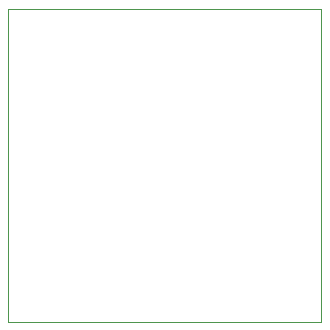
<source format=gbr>
%TF.GenerationSoftware,KiCad,Pcbnew,7.0.1*%
%TF.CreationDate,2023-10-04T10:52:54-04:00*%
%TF.ProjectId,TacTile-L2C,54616354-696c-4652-9d4c-32432e6b6963,rev?*%
%TF.SameCoordinates,Original*%
%TF.FileFunction,Profile,NP*%
%FSLAX46Y46*%
G04 Gerber Fmt 4.6, Leading zero omitted, Abs format (unit mm)*
G04 Created by KiCad (PCBNEW 7.0.1) date 2023-10-04 10:52:54*
%MOMM*%
%LPD*%
G01*
G04 APERTURE LIST*
%TA.AperFunction,Profile*%
%ADD10C,0.100000*%
%TD*%
G04 APERTURE END LIST*
D10*
X25000000Y-25000000D02*
X51500000Y-25000000D01*
X51500000Y-51500000D01*
X25000000Y-51500000D01*
X25000000Y-25000000D01*
M02*

</source>
